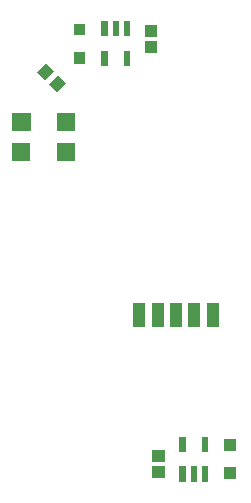
<source format=gbp>
G04 Layer: BottomPasteMaskLayer*
G04 EasyEDA v6.3.22, 2020-01-22T11:07:26+01:00*
G04 3ac4b1cc3e28459caadfcca9b74a0810,6ac03ef627a24f5ab7c901ca926ad83b,10*
G04 Gerber Generator version 0.2*
G04 Scale: 100 percent, Rotated: No, Reflected: No *
G04 Dimensions in millimeters *
G04 leading zeros omitted , absolute positions ,3 integer and 3 decimal *
%FSLAX33Y33*%
%MOMM*%
G90*
G71D02*

%ADD23R,0.999998X1.999996*%
%ADD24R,1.574800X1.574800*%

%LPD*%
G54D23*
G01X26044Y27000D03*
G01X27614Y27000D03*
G01X29093Y27000D03*
G01X30773Y27009D03*
G01X24463Y27000D03*
G36*
G01X13706Y42532D02*
G01X15281Y42532D01*
G01X15281Y44107D01*
G01X13706Y44107D01*
G01X13706Y42532D01*
G37*
G54D24*
G01X14493Y40780D03*
G36*
G01X19071Y41547D02*
G01X17496Y41547D01*
G01X17496Y39972D01*
G01X19071Y39972D01*
G01X19071Y41547D01*
G37*
G01X18283Y43300D03*
G36*
G01X26684Y13170D02*
G01X26684Y14169D01*
G01X25584Y14169D01*
G01X25584Y13170D01*
G01X26684Y13170D01*
G37*
G36*
G01X26684Y14569D02*
G01X26684Y15569D01*
G01X25584Y15569D01*
G01X25584Y14569D01*
G01X26684Y14569D01*
G37*
G36*
G01X30329Y12860D02*
G01X30329Y14160D01*
G01X29779Y14160D01*
G01X29779Y12860D01*
G01X30329Y12860D01*
G37*
G36*
G01X29379Y12860D02*
G01X29379Y14160D01*
G01X28829Y14160D01*
G01X28829Y12860D01*
G01X29379Y12860D01*
G37*
G36*
G01X28429Y12860D02*
G01X28429Y14160D01*
G01X27879Y14160D01*
G01X27879Y12860D01*
G01X28429Y12860D01*
G37*
G36*
G01X28429Y15360D02*
G01X28429Y16660D01*
G01X27879Y16660D01*
G01X27879Y15360D01*
G01X28429Y15360D01*
G37*
G36*
G01X30329Y15360D02*
G01X30329Y16660D01*
G01X29779Y16660D01*
G01X29779Y15360D01*
G01X30329Y15360D01*
G37*
G36*
G01X32694Y13070D02*
G01X32694Y14070D01*
G01X31694Y14070D01*
G01X31694Y13070D01*
G01X32694Y13070D01*
G37*
G36*
G01X32694Y15470D02*
G01X32694Y16470D01*
G01X31694Y16470D01*
G01X31694Y15470D01*
G01X32694Y15470D01*
G37*
G36*
G01X24933Y51550D02*
G01X24933Y50550D01*
G01X26033Y50550D01*
G01X26033Y51550D01*
G01X24933Y51550D01*
G37*
G36*
G01X24933Y50150D02*
G01X24933Y49150D01*
G01X26033Y49150D01*
G01X26033Y50150D01*
G01X24933Y50150D01*
G37*
G36*
G01X21288Y51860D02*
G01X21288Y50559D01*
G01X21838Y50559D01*
G01X21838Y51860D01*
G01X21288Y51860D01*
G37*
G36*
G01X22238Y51860D02*
G01X22238Y50559D01*
G01X22788Y50559D01*
G01X22788Y51860D01*
G01X22238Y51860D01*
G37*
G36*
G01X23188Y51860D02*
G01X23188Y50559D01*
G01X23738Y50559D01*
G01X23738Y51860D01*
G01X23188Y51860D01*
G37*
G36*
G01X23188Y49360D02*
G01X23188Y48060D01*
G01X23738Y48060D01*
G01X23738Y49360D01*
G01X23188Y49360D01*
G37*
G36*
G01X21288Y49360D02*
G01X21288Y48060D01*
G01X21838Y48060D01*
G01X21838Y49360D01*
G01X21288Y49360D01*
G37*
G36*
G01X18923Y51650D02*
G01X18923Y50650D01*
G01X19923Y50650D01*
G01X19923Y51650D01*
G01X18923Y51650D01*
G37*
G36*
G01X18923Y49250D02*
G01X18923Y48250D01*
G01X19923Y48250D01*
G01X19923Y49250D01*
G01X18923Y49250D01*
G37*
G36*
G01X15821Y47544D02*
G01X16528Y46837D01*
G01X17306Y47615D01*
G01X16599Y48322D01*
G01X15821Y47544D01*
G37*
G36*
G01X16811Y46554D02*
G01X17518Y45847D01*
G01X18296Y46625D01*
G01X17589Y47332D01*
G01X16811Y46554D01*
G37*
M00*
M02*

</source>
